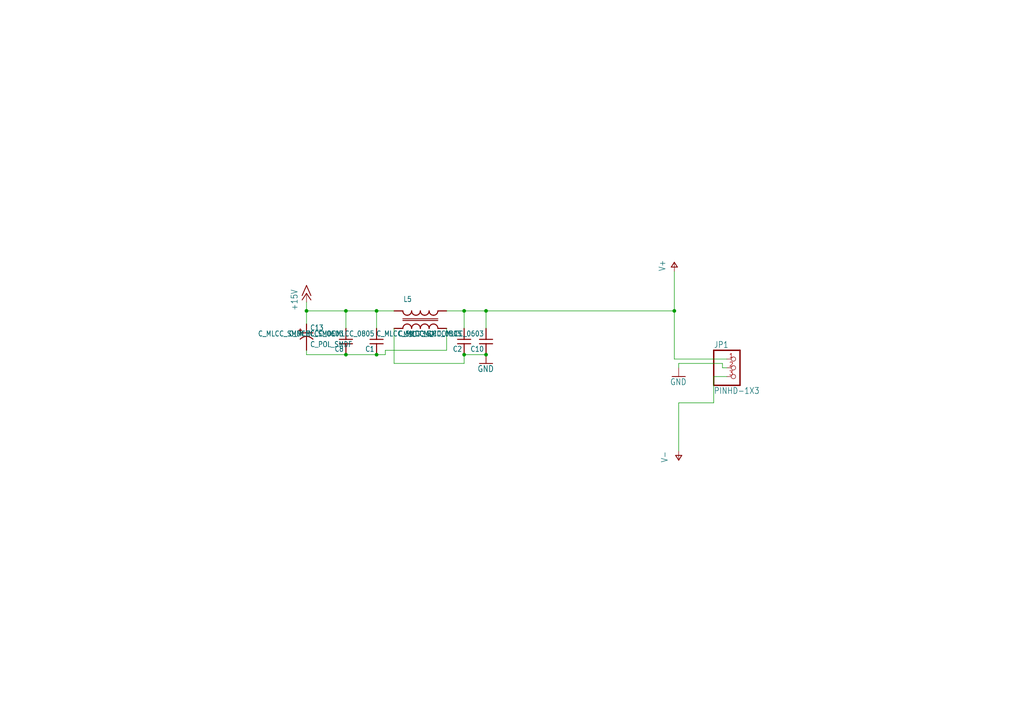
<source format=kicad_sch>
(kicad_sch (version 20211123) (generator eeschema)
  (paper "A4")
  (lib_symbols
    (symbol "FilterSupplySingle-eagle-import:+15V" (power)
      (property "Value" "+15V" (at -2.54 -5.08 90))
      (symbol "+15V_1_0"
        (polyline (pts (xy 0 0) (xy -1.27 -1.905)) (stroke (width 0.254)))
        (polyline (pts (xy 0 2.286) (xy -1.27 -0.635)) (stroke (width 0.254)))
        (polyline (pts (xy 1.27 -1.905) (xy 0 0)) (stroke (width 0.254)))
        (polyline (pts (xy 1.27 -0.635) (xy 0 2.286)) (stroke (width 0.254)))
        (pin power_in line (at 0 -2.54 90) (length 2.54) (name "+15V") (number "1"))
      )
    )
    (symbol "FilterSupplySingle-eagle-import:C_MLCC_SMDCMLCC_0603"
      (property "Reference" "C" (at 0.5715 0.0635 0))
      (property "Value" "C_MLCC_SMDCMLCC_0603" (at 0.5715 -4.3815 0))
      (symbol "C_MLCC_SMDCMLCC_0603_1_0"
        (polyline (pts (xy -1.905 -1.905) (xy 0 -1.905)) (stroke (width 0.3048)))
        (polyline (pts (xy 0 -1.905) (xy 0 -5.08)) (stroke (width 0.3048)))
        (polyline (pts (xy 0 -1.905) (xy 1.905 -1.905)) (stroke (width 0.3048)))
        (polyline (pts (xy 0 -0.635) (xy -1.905 -0.635)) (stroke (width 0.3048)))
        (polyline (pts (xy 0 -0.635) (xy 0 2.54)) (stroke (width 0.3048)))
        (polyline (pts (xy 1.905 -0.635) (xy 0 -0.635)) (stroke (width 0.3048)))
        (pin passive line (at 0 2.54 270) (length 0) (name "1") (number "P$1"))
        (pin passive line (at 0 -5.08 90) (length 0) (name "2") (number "P$2"))
      )
    )
    (symbol "FilterSupplySingle-eagle-import:C_MLCC_SMDCMLCC_0805"
      (property "Reference" "C" (at 0.5715 0.0635 0))
      (property "Value" "C_MLCC_SMDCMLCC_0805" (at 0.5715 -4.3815 0))
      (symbol "C_MLCC_SMDCMLCC_0805_1_0"
        (polyline (pts (xy -1.905 -1.905) (xy 0 -1.905)) (stroke (width 0.3048)))
        (polyline (pts (xy 0 -1.905) (xy 0 -5.08)) (stroke (width 0.3048)))
        (polyline (pts (xy 0 -1.905) (xy 1.905 -1.905)) (stroke (width 0.3048)))
        (polyline (pts (xy 0 -0.635) (xy -1.905 -0.635)) (stroke (width 0.3048)))
        (polyline (pts (xy 0 -0.635) (xy 0 2.54)) (stroke (width 0.3048)))
        (polyline (pts (xy 1.905 -0.635) (xy 0 -0.635)) (stroke (width 0.3048)))
        (pin passive line (at 0 2.54 270) (length 0) (name "1") (number "P$1"))
        (pin passive line (at 0 -5.08 90) (length 0) (name "2") (number "P$2"))
      )
    )
    (symbol "FilterSupplySingle-eagle-import:C_POL_SMDF"
      (property "Reference" "C" (at 1.016 0.635 0))
      (property "Value" "C_POL_SMDF" (at 1.016 -4.191 0))
      (symbol "C_POL_SMDF_1_0"
        (rectangle (start -2.253 0.668) (end -1.364 0.795) (fill (type outline)))
        (rectangle (start -1.872 0.287) (end -1.745 1.176) (fill (type outline)))
        (arc (start 0 -1.0161) (mid -0.9846 -1.2825) (end -1.8319 -1.8504) (stroke (width 0.3048)))
        (polyline (pts (xy -1.905 0) (xy 0 0)) (stroke (width 0.3048)))
        (polyline (pts (xy 0 -1.0161) (xy 0 -5.08)) (stroke (width 0.3048)))
        (polyline (pts (xy 0 -1.016) (xy 0 -1.0161)) (stroke (width 0.1524)))
        (polyline (pts (xy 0 0) (xy 0 2.54)) (stroke (width 0.3048)))
        (polyline (pts (xy 0 0) (xy 1.905 0)) (stroke (width 0.3048)))
        (arc (start 1.8542 -1.8542) (mid 0.9984 -1.2724) (end 0 -1) (stroke (width 0.3048)))
        (pin passive line (at 0 2.54 270) (length 0) (name "+") (number "+"))
        (pin passive line (at 0 -5.08 90) (length 0) (name "-") (number "-"))
      )
    )
    (symbol "FilterSupplySingle-eagle-import:GND" (power)
      (property "Value" "GND" (at -2.54 -2.54 0))
      (symbol "GND_1_0"
        (polyline (pts (xy -1.905 0) (xy 1.905 0)) (stroke (width 0.254)))
        (pin power_in line (at 0 2.54 270) (length 2.54) (name "GND") (number "1"))
      )
    )
    (symbol "FilterSupplySingle-eagle-import:MSD7342"
      (property "Reference" "L" (at -4.954 5.104 0))
      (property "Value" "MSD7342" (at -5.08 -5.08 0))
      (symbol "MSD7342_1_0"
        (arc (start -5.08 2.54) (mid -4.708 1.642) (end -3.81 1.27) (stroke (width 0.3048)))
        (arc (start -3.81 -1.27) (mid -4.708 -1.642) (end -5.08 -2.54) (stroke (width 0.3048)))
        (arc (start -3.81 1.27) (mid -2.912 1.642) (end -2.54 2.54) (stroke (width 0.3048)))
        (arc (start -2.54 -2.54) (mid -2.912 -1.642) (end -3.81 -1.27) (stroke (width 0.3048)))
        (arc (start -2.54 2.54) (mid -2.168 1.642) (end -1.27 1.27) (stroke (width 0.3048)))
        (arc (start -1.27 -1.27) (mid -2.168 -1.642) (end -2.54 -2.54) (stroke (width 0.3048)))
        (arc (start -1.27 1.27) (mid -0.372 1.642) (end 0 2.54) (stroke (width 0.3048)))
        (arc (start 0 -2.54) (mid -0.372 -1.642) (end -1.27 -1.27) (stroke (width 0.3048)))
        (polyline (pts (xy -5.08 -2.54) (xy -7.62 -2.54)) (stroke (width 0.3048)))
        (polyline (pts (xy -5.08 -0.254) (xy 5.08 -0.254)) (stroke (width 0.254)))
        (polyline (pts (xy -5.08 0.254) (xy 5.08 0.254)) (stroke (width 0.254)))
        (polyline (pts (xy -5.08 2.54) (xy -7.62 2.54)) (stroke (width 0.3048)))
        (polyline (pts (xy 5.08 -2.54) (xy 7.62 -2.54)) (stroke (width 0.3048)))
        (polyline (pts (xy 5.08 2.54) (xy 7.62 2.54)) (stroke (width 0.3048)))
        (arc (start 0 2.54) (mid 0.372 1.642) (end 1.27 1.27) (stroke (width 0.3048)))
        (arc (start 1.27 -1.27) (mid 0.372 -1.642) (end 0 -2.54) (stroke (width 0.3048)))
        (arc (start 1.27 1.27) (mid 2.168 1.642) (end 2.54 2.54) (stroke (width 0.3048)))
        (arc (start 2.54 -2.54) (mid 2.168 -1.642) (end 1.27 -1.27) (stroke (width 0.3048)))
        (arc (start 2.54 2.54) (mid 2.912 1.642) (end 3.81 1.27) (stroke (width 0.3048)))
        (arc (start 3.81 -1.27) (mid 2.912 -1.642) (end 2.54 -2.54) (stroke (width 0.3048)))
        (arc (start 3.81 1.27) (mid 4.708 1.642) (end 5.08 2.54) (stroke (width 0.3048)))
        (arc (start 5.08 -2.54) (mid 4.708 -1.642) (end 3.81 -1.27) (stroke (width 0.3048)))
        (pin passive line (at -7.62 -2.54 0) (length 2.54) (name "1") (number "1"))
        (pin passive line (at -7.62 2.54 0) (length 2.54) (name "2") (number "2"))
        (pin passive line (at 7.62 -2.54 180) (length 2.54) (name "3") (number "3"))
        (pin passive line (at 7.62 2.54 180) (length 2.54) (name "4") (number "4"))
      )
    )
    (symbol "FilterSupplySingle-eagle-import:PINHD-1X3"
      (property "Reference" "JP" (at -6.35 5.715 0))
      (property "Value" "PINHD-1X3" (at -6.35 -7.62 0))
      (symbol "PINHD-1X3_1_0"
        (polyline (pts (xy -6.35 -5.08) (xy 1.27 -5.08)) (stroke (width 0.4064)))
        (polyline (pts (xy -6.35 5.08) (xy -6.35 -5.08)) (stroke (width 0.4064)))
        (polyline (pts (xy 1.27 -5.08) (xy 1.27 5.08)) (stroke (width 0.4064)))
        (polyline (pts (xy 1.27 5.08) (xy -6.35 5.08)) (stroke (width 0.4064)))
        (pin passive inverted (at -2.54 2.54 0) (length 2.54) (name "1") (number "1"))
        (pin passive inverted (at -2.54 0 0) (length 2.54) (name "2") (number "2"))
        (pin passive inverted (at -2.54 -2.54 0) (length 2.54) (name "3") (number "3"))
      )
    )
    (symbol "FilterSupplySingle-eagle-import:V+" (power)
      (property "Value" "V+" (at -2.54 -2.54 90))
      (symbol "V+_1_0"
        (polyline (pts (xy -0.889 -1.27) (xy 0.889 -1.27)) (stroke (width 0.254)))
        (polyline (pts (xy 0 0.127) (xy -0.889 -1.27)) (stroke (width 0.254)))
        (polyline (pts (xy 0.889 -1.27) (xy 0 0.127)) (stroke (width 0.254)))
        (pin power_in line (at 0 -2.54 90) (length 2.54) (name "V+") (number "1"))
      )
    )
    (symbol "FilterSupplySingle-eagle-import:V-" (power)
      (property "Value" "V-" (at -5.08 2.54 90))
      (symbol "V-_1_0"
        (polyline (pts (xy -0.889 1.27) (xy 0 -0.127)) (stroke (width 0.254)))
        (polyline (pts (xy -0.889 1.27) (xy 0.889 1.27)) (stroke (width 0.254)))
        (polyline (pts (xy 0 -0.127) (xy 0.889 1.27)) (stroke (width 0.254)))
        (pin power_in line (at 0 2.54 270) (length 2.54) (name "V-") (number "1"))
      )
    )
  )
  (junction (at 100.33 102.87))
  (junction (at 134.62 90.17))
  (junction (at 140.97 102.87))
  (junction (at 140.97 90.17))
  (junction (at 109.22 90.17))
  (junction (at 195.58 90.17))
  (junction (at 134.62 102.87))
  (junction (at 88.9 90.17))
  (junction (at 109.22 102.87))
  (junction (at 100.33 90.17))
  (wire (pts (xy 100.33 90.17) (xy 88.9 90.17)))
  (wire (pts (xy 129.54 95.25) (xy 129.54 101.6)))
  (wire (pts (xy 114.3 105.41) (xy 134.62 105.41)))
  (wire (pts (xy 114.3 95.25) (xy 114.3 105.41)))
  (wire (pts (xy 207.01 109.22) (xy 207.01 116.84)))
  (wire (pts (xy 129.54 101.6) (xy 111.76 101.6)))
  (wire (pts (xy 210.82 106.68) (xy 209.55 106.68)))
  (wire (pts (xy 100.33 102.87) (xy 88.9 102.87)))
  (wire (pts (xy 88.9 90.17) (xy 88.9 93.98)))
  (wire (pts (xy 207.01 116.84) (xy 196.85 116.84)))
  (wire (pts (xy 134.62 95.25) (xy 134.62 90.17)))
  (wire (pts (xy 195.58 90.17) (xy 195.58 78.74)))
  (wire (pts (xy 88.9 102.87) (xy 88.9 101.6)))
  (wire (pts (xy 196.85 105.41) (xy 196.85 106.68)))
  (wire (pts (xy 109.22 90.17) (xy 100.33 90.17)))
  (wire (pts (xy 210.82 104.14) (xy 195.58 104.14)))
  (wire (pts (xy 196.85 105.41) (xy 209.55 105.41)))
  (wire (pts (xy 100.33 95.25) (xy 100.33 90.17)))
  (wire (pts (xy 134.62 102.87) (xy 140.97 102.87)))
  (wire (pts (xy 210.82 109.22) (xy 207.01 109.22)))
  (wire (pts (xy 111.76 101.6) (xy 111.76 102.87)))
  (wire (pts (xy 134.62 105.41) (xy 134.62 102.87)))
  (wire (pts (xy 111.76 102.87) (xy 109.22 102.87)))
  (wire (pts (xy 195.58 104.14) (xy 195.58 90.17)))
  (wire (pts (xy 140.97 90.17) (xy 195.58 90.17)))
  (wire (pts (xy 196.85 116.84) (xy 196.85 130.81)))
  (wire (pts (xy 88.9 87.63) (xy 88.9 90.17)))
  (wire (pts (xy 109.22 102.87) (xy 100.33 102.87)))
  (wire (pts (xy 209.55 105.41) (xy 209.55 106.68)))
  (wire (pts (xy 109.22 95.25) (xy 109.22 90.17)))
  (wire (pts (xy 140.97 90.17) (xy 140.97 95.25)))
  (wire (pts (xy 134.62 90.17) (xy 140.97 90.17)))
  (wire (pts (xy 114.3 90.17) (xy 109.22 90.17)))
  (wire (pts (xy 129.54 90.17) (xy 134.62 90.17)))
  (symbol (lib_id "FilterSupplySingle-eagle-import:V+") (at 195.58 76.2 0) (unit 1)
    (property "Reference" "#P+02" (effects hide))
    (property "Value" "V+" (at 193.04 78.74 90) (effects (font (size 1.778 1.5113)) (justify left bottom)))
    (property "Footprint" "FilterSupplySingle:" (effects hide))
  )
  (symbol (lib_id "FilterSupplySingle-eagle-import:PINHD-1X3") (at 213.36 106.68 0) (unit 1)
    (property "Reference" "JP1" (at 207.01 100.965 0) (effects (font (size 1.778 1.5113)) (justify left bottom)))
    (property "Value" "PINHD-1X3" (at 207.01 114.3 0) (effects (font (size 1.778 1.5113)) (justify left bottom)))
    (property "Footprint" "FilterSupplySingle:1X03" (effects hide))
  )
  (symbol (lib_id "FilterSupplySingle-eagle-import:C_MLCC_SMDCMLCC_0805") (at 134.62 100.33 180) (unit 1)
    (property "Reference" "C2" (at 134.0485 100.3935 0) (effects (font (size 1.524 1.2954)) (justify left bottom)))
    (property "Value" "C_MLCC_SMDCMLCC_0805" (at 134.0485 95.9485 0) (effects (font (size 1.524 1.2954)) (justify left bottom)))
    (property "Footprint" "FilterSupplySingle:C_MLCC_0805" (effects hide))
  )
  (symbol (lib_id "FilterSupplySingle-eagle-import:GND") (at 140.97 105.41 0) (unit 1)
    (property "Reference" "#GND02" (effects hide))
    (property "Value" "GND" (at 138.43 107.95 0) (effects (font (size 1.778 1.5113)) (justify left bottom)))
    (property "Footprint" "FilterSupplySingle:" (effects hide))
  )
  (symbol (lib_id "FilterSupplySingle-eagle-import:MSD7342") (at 121.92 92.71 0) (unit 1)
    (property "Reference" "L5" (at 116.966 87.606 0) (effects (font (size 1.524 1.2954)) (justify left bottom)))
    (property "Value" "MSD7342" (at 116.84 97.79 0) (effects (font (size 1.524 1.2954)) (justify left bottom)))
    (property "Footprint" "FilterSupplySingle:MSD7342" (effects hide))
  )
  (symbol (lib_id "FilterSupplySingle-eagle-import:C_POL_SMDF") (at 88.9 96.52 0) (unit 1)
    (property "Reference" "C13" (at 89.916 95.885 0) (effects (font (size 1.524 1.2954)) (justify left bottom)))
    (property "Value" "C_POL_SMDF" (at 89.916 100.711 0) (effects (font (size 1.524 1.2954)) (justify left bottom)))
    (property "Footprint" "FilterSupplySingle:PANASONIC_F" (effects hide))
  )
  (symbol (lib_id "FilterSupplySingle-eagle-import:+15V") (at 88.9 85.09 0) (unit 1)
    (property "Reference" "#P+01" (effects hide))
    (property "Value" "+15V" (at 86.36 90.17 90) (effects (font (size 1.778 1.5113)) (justify left bottom)))
    (property "Footprint" "FilterSupplySingle:" (effects hide))
  )
  (symbol (lib_id "FilterSupplySingle-eagle-import:V-") (at 196.85 133.35 0) (unit 1)
    (property "Reference" "#P-02" (effects hide))
    (property "Value" "V-" (at 191.77 130.81 90) (effects (font (size 1.778 1.5113)) (justify right top)))
    (property "Footprint" "FilterSupplySingle:" (effects hide))
  )
  (symbol (lib_id "FilterSupplySingle-eagle-import:C_MLCC_SMDCMLCC_0805") (at 109.22 100.33 180) (unit 1)
    (property "Reference" "C1" (at 108.6485 100.3935 0) (effects (font (size 1.524 1.2954)) (justify left bottom)))
    (property "Value" "C_MLCC_SMDCMLCC_0805" (at 108.6485 95.9485 0) (effects (font (size 1.524 1.2954)) (justify left bottom)))
    (property "Footprint" "FilterSupplySingle:C_MLCC_0805" (effects hide))
  )
  (symbol (lib_id "FilterSupplySingle-eagle-import:C_MLCC_SMDCMLCC_0603") (at 140.97 100.33 180) (unit 1)
    (property "Reference" "C10" (at 140.3985 100.3935 0) (effects (font (size 1.524 1.2954)) (justify left bottom)))
    (property "Value" "C_MLCC_SMDCMLCC_0603" (at 140.3985 95.9485 0) (effects (font (size 1.524 1.2954)) (justify left bottom)))
    (property "Footprint" "FilterSupplySingle:C_MLCC_0603" (effects hide))
  )
  (symbol (lib_id "FilterSupplySingle-eagle-import:GND") (at 196.85 109.22 0) (unit 1)
    (property "Reference" "#GND01" (effects hide))
    (property "Value" "GND" (at 194.31 111.76 0) (effects (font (size 1.778 1.5113)) (justify left bottom)))
    (property "Footprint" "FilterSupplySingle:" (effects hide))
  )
  (symbol (lib_id "FilterSupplySingle-eagle-import:C_MLCC_SMDCMLCC_0603") (at 100.33 100.33 180) (unit 1)
    (property "Reference" "C8" (at 99.7585 100.3935 0) (effects (font (size 1.524 1.2954)) (justify left bottom)))
    (property "Value" "C_MLCC_SMDCMLCC_0603" (at 99.7585 95.9485 0) (effects (font (size 1.524 1.2954)) (justify left bottom)))
    (property "Footprint" "FilterSupplySingle:C_MLCC_0603" (effects hide))
  )
)
</source>
